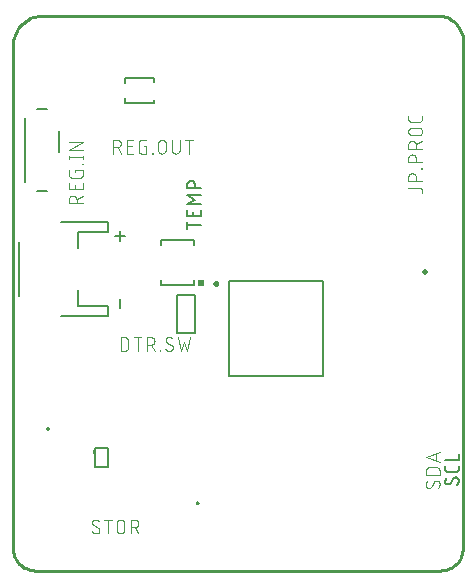
<source format=gbr>
G04 EAGLE Gerber RS-274X export*
G75*
%MOMM*%
%FSLAX34Y34*%
%LPD*%
%INSilkscreen Top*%
%IPPOS*%
%AMOC8*
5,1,8,0,0,1.08239X$1,22.5*%
G01*
%ADD10C,0.500000*%
%ADD11C,0.127000*%
%ADD12C,0.177800*%
%ADD13C,0.140000*%
%ADD14C,0.359206*%
%ADD15C,0.203200*%
%ADD16C,0.254000*%
%ADD17C,0.101600*%
%ADD18R,0.500000X0.500000*%
%ADD19C,0.152400*%
%ADD20C,0.254000*%


D10*
X348818Y252986D03*
D11*
X5560Y232770D02*
X5560Y277770D01*
X40560Y295270D02*
X80560Y295270D01*
X80560Y286770D01*
X55560Y286770D01*
X55560Y272770D01*
X55560Y237770D02*
X55560Y223770D01*
X80560Y223770D01*
X80560Y215270D01*
X40560Y215270D01*
D12*
X90791Y279019D02*
X90791Y287316D01*
X94940Y283168D02*
X86642Y283168D01*
X90791Y230166D02*
X90791Y221869D01*
D13*
X155850Y57200D02*
X155852Y57252D01*
X155858Y57304D01*
X155868Y57356D01*
X155881Y57406D01*
X155898Y57456D01*
X155919Y57504D01*
X155944Y57550D01*
X155972Y57594D01*
X156003Y57636D01*
X156037Y57676D01*
X156074Y57713D01*
X156114Y57747D01*
X156156Y57778D01*
X156200Y57806D01*
X156246Y57831D01*
X156294Y57852D01*
X156344Y57869D01*
X156394Y57882D01*
X156446Y57892D01*
X156498Y57898D01*
X156550Y57900D01*
X156602Y57898D01*
X156654Y57892D01*
X156706Y57882D01*
X156756Y57869D01*
X156806Y57852D01*
X156854Y57831D01*
X156900Y57806D01*
X156944Y57778D01*
X156986Y57747D01*
X157026Y57713D01*
X157063Y57676D01*
X157097Y57636D01*
X157128Y57594D01*
X157156Y57550D01*
X157181Y57504D01*
X157202Y57456D01*
X157219Y57406D01*
X157232Y57356D01*
X157242Y57304D01*
X157248Y57252D01*
X157250Y57200D01*
X157248Y57148D01*
X157242Y57096D01*
X157232Y57044D01*
X157219Y56994D01*
X157202Y56944D01*
X157181Y56896D01*
X157156Y56850D01*
X157128Y56806D01*
X157097Y56764D01*
X157063Y56724D01*
X157026Y56687D01*
X156986Y56653D01*
X156944Y56622D01*
X156900Y56594D01*
X156854Y56569D01*
X156806Y56548D01*
X156756Y56531D01*
X156706Y56518D01*
X156654Y56508D01*
X156602Y56502D01*
X156550Y56500D01*
X156498Y56502D01*
X156446Y56508D01*
X156394Y56518D01*
X156344Y56531D01*
X156294Y56548D01*
X156246Y56569D01*
X156200Y56594D01*
X156156Y56622D01*
X156114Y56653D01*
X156074Y56687D01*
X156037Y56724D01*
X156003Y56764D01*
X155972Y56806D01*
X155944Y56850D01*
X155919Y56896D01*
X155898Y56944D01*
X155881Y56994D01*
X155868Y57044D01*
X155858Y57096D01*
X155852Y57148D01*
X155850Y57200D01*
D14*
X29464Y120142D03*
D15*
X29162Y321084D02*
X20622Y321084D01*
X20622Y390624D02*
X29162Y390624D01*
X10622Y382854D02*
X10622Y328854D01*
X39162Y354584D02*
X39162Y372124D01*
D16*
X170688Y242824D02*
X170690Y242895D01*
X170696Y242966D01*
X170706Y243037D01*
X170720Y243107D01*
X170738Y243176D01*
X170759Y243243D01*
X170785Y243310D01*
X170814Y243375D01*
X170846Y243438D01*
X170883Y243500D01*
X170922Y243559D01*
X170965Y243616D01*
X171011Y243670D01*
X171060Y243722D01*
X171112Y243771D01*
X171166Y243817D01*
X171223Y243860D01*
X171282Y243899D01*
X171344Y243936D01*
X171407Y243968D01*
X171472Y243997D01*
X171539Y244023D01*
X171606Y244044D01*
X171675Y244062D01*
X171745Y244076D01*
X171816Y244086D01*
X171887Y244092D01*
X171958Y244094D01*
X172029Y244092D01*
X172100Y244086D01*
X172171Y244076D01*
X172241Y244062D01*
X172310Y244044D01*
X172377Y244023D01*
X172444Y243997D01*
X172509Y243968D01*
X172572Y243936D01*
X172634Y243899D01*
X172693Y243860D01*
X172750Y243817D01*
X172804Y243771D01*
X172856Y243722D01*
X172905Y243670D01*
X172951Y243616D01*
X172994Y243559D01*
X173033Y243500D01*
X173070Y243438D01*
X173102Y243375D01*
X173131Y243310D01*
X173157Y243243D01*
X173178Y243176D01*
X173196Y243107D01*
X173210Y243037D01*
X173220Y242966D01*
X173226Y242895D01*
X173228Y242824D01*
X173226Y242753D01*
X173220Y242682D01*
X173210Y242611D01*
X173196Y242541D01*
X173178Y242472D01*
X173157Y242405D01*
X173131Y242338D01*
X173102Y242273D01*
X173070Y242210D01*
X173033Y242148D01*
X172994Y242089D01*
X172951Y242032D01*
X172905Y241978D01*
X172856Y241926D01*
X172804Y241877D01*
X172750Y241831D01*
X172693Y241788D01*
X172634Y241749D01*
X172572Y241712D01*
X172509Y241680D01*
X172444Y241651D01*
X172377Y241625D01*
X172310Y241604D01*
X172241Y241586D01*
X172171Y241572D01*
X172100Y241562D01*
X172029Y241556D01*
X171958Y241554D01*
X171887Y241556D01*
X171816Y241562D01*
X171745Y241572D01*
X171675Y241586D01*
X171606Y241604D01*
X171539Y241625D01*
X171472Y241651D01*
X171407Y241680D01*
X171344Y241712D01*
X171282Y241749D01*
X171223Y241788D01*
X171166Y241831D01*
X171112Y241877D01*
X171060Y241926D01*
X171011Y241978D01*
X170965Y242032D01*
X170922Y242089D01*
X170883Y242148D01*
X170846Y242210D01*
X170814Y242273D01*
X170785Y242338D01*
X170759Y242405D01*
X170738Y242472D01*
X170720Y242541D01*
X170706Y242611D01*
X170696Y242682D01*
X170690Y242753D01*
X170688Y242824D01*
D11*
X182758Y244724D02*
X182758Y164724D01*
X182758Y244724D02*
X262758Y244724D01*
X262758Y164724D01*
X182758Y164724D01*
D17*
X69684Y100758D02*
X67684Y99758D01*
X67684Y101758D01*
X69684Y100758D01*
D11*
X69934Y103458D02*
X69934Y88058D01*
X80434Y88058D01*
X80434Y103458D01*
X69934Y103458D01*
X153446Y241858D02*
X153446Y245858D01*
X153446Y241858D02*
X125446Y241858D01*
X125446Y245858D01*
X153446Y275858D02*
X153446Y279858D01*
X125446Y279858D01*
X125446Y275858D01*
D18*
X158946Y243358D03*
D11*
X154305Y233426D02*
X154305Y201422D01*
X139319Y201422D01*
X139319Y233426D01*
X154305Y233426D01*
X159194Y292148D02*
X147764Y292148D01*
X147764Y288973D02*
X147764Y295323D01*
X159194Y300047D02*
X159194Y305127D01*
X159194Y300047D02*
X147764Y300047D01*
X147764Y305127D01*
X152844Y303857D02*
X152844Y300047D01*
X147764Y310055D02*
X159194Y310055D01*
X154114Y313865D02*
X147764Y310055D01*
X154114Y313865D02*
X147764Y317675D01*
X159194Y317675D01*
X159194Y323834D02*
X147764Y323834D01*
X147764Y327009D01*
X147766Y327120D01*
X147772Y327230D01*
X147781Y327341D01*
X147795Y327451D01*
X147812Y327560D01*
X147833Y327669D01*
X147858Y327777D01*
X147887Y327884D01*
X147919Y327990D01*
X147955Y328095D01*
X147995Y328198D01*
X148038Y328300D01*
X148085Y328401D01*
X148136Y328500D01*
X148189Y328597D01*
X148246Y328691D01*
X148307Y328784D01*
X148370Y328875D01*
X148437Y328964D01*
X148507Y329050D01*
X148580Y329133D01*
X148655Y329215D01*
X148733Y329293D01*
X148815Y329368D01*
X148898Y329441D01*
X148984Y329511D01*
X149073Y329578D01*
X149164Y329641D01*
X149257Y329702D01*
X149352Y329759D01*
X149448Y329812D01*
X149547Y329863D01*
X149648Y329910D01*
X149750Y329953D01*
X149853Y329993D01*
X149958Y330029D01*
X150064Y330061D01*
X150171Y330090D01*
X150279Y330115D01*
X150388Y330136D01*
X150497Y330153D01*
X150607Y330167D01*
X150718Y330176D01*
X150828Y330182D01*
X150939Y330184D01*
X151050Y330182D01*
X151160Y330176D01*
X151271Y330167D01*
X151381Y330153D01*
X151490Y330136D01*
X151599Y330115D01*
X151707Y330090D01*
X151814Y330061D01*
X151920Y330029D01*
X152025Y329993D01*
X152128Y329953D01*
X152230Y329910D01*
X152331Y329863D01*
X152430Y329812D01*
X152527Y329759D01*
X152621Y329702D01*
X152714Y329641D01*
X152805Y329578D01*
X152894Y329511D01*
X152980Y329441D01*
X153063Y329368D01*
X153145Y329293D01*
X153223Y329215D01*
X153298Y329133D01*
X153371Y329050D01*
X153441Y328964D01*
X153508Y328875D01*
X153571Y328784D01*
X153632Y328691D01*
X153689Y328597D01*
X153742Y328500D01*
X153793Y328401D01*
X153840Y328300D01*
X153883Y328198D01*
X153923Y328095D01*
X153959Y327990D01*
X153991Y327884D01*
X154020Y327777D01*
X154045Y327669D01*
X154066Y327560D01*
X154083Y327451D01*
X154097Y327341D01*
X154106Y327230D01*
X154112Y327120D01*
X154114Y327009D01*
X154114Y323834D01*
D17*
X73341Y34029D02*
X73339Y33930D01*
X73333Y33830D01*
X73324Y33731D01*
X73311Y33633D01*
X73294Y33535D01*
X73273Y33437D01*
X73248Y33341D01*
X73220Y33246D01*
X73188Y33152D01*
X73153Y33059D01*
X73114Y32967D01*
X73071Y32877D01*
X73026Y32789D01*
X72976Y32702D01*
X72924Y32618D01*
X72868Y32535D01*
X72810Y32455D01*
X72748Y32377D01*
X72683Y32302D01*
X72615Y32229D01*
X72545Y32159D01*
X72472Y32091D01*
X72397Y32026D01*
X72319Y31964D01*
X72239Y31906D01*
X72156Y31850D01*
X72072Y31798D01*
X71985Y31748D01*
X71897Y31703D01*
X71807Y31660D01*
X71715Y31621D01*
X71622Y31586D01*
X71528Y31554D01*
X71433Y31526D01*
X71337Y31501D01*
X71239Y31480D01*
X71141Y31463D01*
X71043Y31450D01*
X70944Y31441D01*
X70844Y31435D01*
X70745Y31433D01*
X70601Y31435D01*
X70456Y31441D01*
X70312Y31450D01*
X70169Y31463D01*
X70025Y31480D01*
X69882Y31501D01*
X69740Y31526D01*
X69599Y31554D01*
X69458Y31586D01*
X69318Y31622D01*
X69179Y31661D01*
X69041Y31704D01*
X68905Y31751D01*
X68769Y31801D01*
X68635Y31855D01*
X68503Y31912D01*
X68372Y31973D01*
X68243Y32037D01*
X68115Y32105D01*
X67989Y32175D01*
X67865Y32250D01*
X67744Y32327D01*
X67624Y32408D01*
X67506Y32491D01*
X67391Y32578D01*
X67278Y32668D01*
X67167Y32761D01*
X67059Y32856D01*
X66953Y32955D01*
X66850Y33056D01*
X67175Y40521D02*
X67177Y40620D01*
X67183Y40720D01*
X67192Y40819D01*
X67205Y40917D01*
X67222Y41015D01*
X67243Y41113D01*
X67268Y41209D01*
X67296Y41304D01*
X67328Y41398D01*
X67363Y41491D01*
X67402Y41583D01*
X67445Y41673D01*
X67490Y41761D01*
X67540Y41848D01*
X67592Y41932D01*
X67648Y42015D01*
X67706Y42095D01*
X67768Y42173D01*
X67833Y42248D01*
X67901Y42321D01*
X67971Y42391D01*
X68044Y42459D01*
X68119Y42524D01*
X68197Y42586D01*
X68277Y42644D01*
X68360Y42700D01*
X68444Y42752D01*
X68531Y42802D01*
X68619Y42847D01*
X68709Y42890D01*
X68801Y42929D01*
X68894Y42964D01*
X68988Y42996D01*
X69083Y43024D01*
X69180Y43049D01*
X69277Y43070D01*
X69375Y43087D01*
X69473Y43100D01*
X69572Y43109D01*
X69672Y43115D01*
X69771Y43117D01*
X69907Y43115D01*
X70043Y43109D01*
X70179Y43100D01*
X70315Y43087D01*
X70450Y43069D01*
X70584Y43049D01*
X70718Y43024D01*
X70852Y42996D01*
X70984Y42963D01*
X71115Y42928D01*
X71246Y42888D01*
X71375Y42845D01*
X71503Y42799D01*
X71629Y42748D01*
X71755Y42695D01*
X71878Y42637D01*
X72000Y42577D01*
X72120Y42513D01*
X72239Y42445D01*
X72355Y42375D01*
X72469Y42301D01*
X72582Y42224D01*
X72692Y42143D01*
X68473Y38249D02*
X68387Y38302D01*
X68303Y38359D01*
X68221Y38418D01*
X68141Y38481D01*
X68064Y38547D01*
X67989Y38615D01*
X67917Y38687D01*
X67848Y38761D01*
X67782Y38838D01*
X67719Y38917D01*
X67659Y38999D01*
X67602Y39083D01*
X67548Y39169D01*
X67498Y39257D01*
X67451Y39347D01*
X67407Y39438D01*
X67368Y39532D01*
X67331Y39626D01*
X67299Y39722D01*
X67270Y39820D01*
X67245Y39918D01*
X67224Y40017D01*
X67206Y40117D01*
X67193Y40217D01*
X67183Y40318D01*
X67177Y40420D01*
X67175Y40521D01*
X72043Y36301D02*
X72129Y36248D01*
X72213Y36191D01*
X72295Y36132D01*
X72375Y36069D01*
X72452Y36003D01*
X72527Y35935D01*
X72599Y35863D01*
X72668Y35789D01*
X72734Y35712D01*
X72797Y35633D01*
X72857Y35551D01*
X72914Y35467D01*
X72968Y35381D01*
X73018Y35293D01*
X73065Y35203D01*
X73109Y35112D01*
X73148Y35018D01*
X73185Y34924D01*
X73217Y34828D01*
X73246Y34730D01*
X73271Y34632D01*
X73292Y34533D01*
X73310Y34433D01*
X73323Y34333D01*
X73333Y34232D01*
X73339Y34130D01*
X73341Y34029D01*
X72043Y36301D02*
X68473Y38249D01*
X80383Y43117D02*
X80383Y31433D01*
X77137Y43117D02*
X83628Y43117D01*
X87805Y39871D02*
X87805Y34679D01*
X87804Y39871D02*
X87806Y39984D01*
X87812Y40097D01*
X87822Y40210D01*
X87836Y40323D01*
X87853Y40435D01*
X87875Y40546D01*
X87900Y40656D01*
X87930Y40766D01*
X87963Y40874D01*
X88000Y40981D01*
X88040Y41087D01*
X88085Y41191D01*
X88133Y41294D01*
X88184Y41395D01*
X88239Y41494D01*
X88297Y41591D01*
X88359Y41686D01*
X88424Y41779D01*
X88492Y41869D01*
X88563Y41957D01*
X88638Y42043D01*
X88715Y42126D01*
X88795Y42206D01*
X88878Y42283D01*
X88964Y42358D01*
X89052Y42429D01*
X89142Y42497D01*
X89235Y42562D01*
X89330Y42624D01*
X89427Y42682D01*
X89526Y42737D01*
X89627Y42788D01*
X89730Y42836D01*
X89834Y42881D01*
X89940Y42921D01*
X90047Y42958D01*
X90155Y42991D01*
X90265Y43021D01*
X90375Y43046D01*
X90486Y43068D01*
X90598Y43085D01*
X90711Y43099D01*
X90824Y43109D01*
X90937Y43115D01*
X91050Y43117D01*
X91163Y43115D01*
X91276Y43109D01*
X91389Y43099D01*
X91502Y43085D01*
X91614Y43068D01*
X91725Y43046D01*
X91835Y43021D01*
X91945Y42991D01*
X92053Y42958D01*
X92160Y42921D01*
X92266Y42881D01*
X92370Y42836D01*
X92473Y42788D01*
X92574Y42737D01*
X92673Y42682D01*
X92770Y42624D01*
X92865Y42562D01*
X92958Y42497D01*
X93048Y42429D01*
X93136Y42358D01*
X93222Y42283D01*
X93305Y42206D01*
X93385Y42126D01*
X93462Y42043D01*
X93537Y41957D01*
X93608Y41869D01*
X93676Y41779D01*
X93741Y41686D01*
X93803Y41591D01*
X93861Y41494D01*
X93916Y41395D01*
X93967Y41294D01*
X94015Y41191D01*
X94060Y41087D01*
X94100Y40981D01*
X94137Y40874D01*
X94170Y40766D01*
X94200Y40656D01*
X94225Y40546D01*
X94247Y40435D01*
X94264Y40323D01*
X94278Y40210D01*
X94288Y40097D01*
X94294Y39984D01*
X94296Y39871D01*
X94296Y34679D01*
X94294Y34566D01*
X94288Y34453D01*
X94278Y34340D01*
X94264Y34227D01*
X94247Y34115D01*
X94225Y34004D01*
X94200Y33894D01*
X94170Y33784D01*
X94137Y33676D01*
X94100Y33569D01*
X94060Y33463D01*
X94015Y33359D01*
X93967Y33256D01*
X93916Y33155D01*
X93861Y33056D01*
X93803Y32959D01*
X93741Y32864D01*
X93676Y32771D01*
X93608Y32681D01*
X93537Y32593D01*
X93462Y32507D01*
X93385Y32424D01*
X93305Y32344D01*
X93222Y32267D01*
X93136Y32192D01*
X93048Y32121D01*
X92958Y32053D01*
X92865Y31988D01*
X92770Y31926D01*
X92673Y31868D01*
X92574Y31813D01*
X92473Y31762D01*
X92370Y31714D01*
X92266Y31669D01*
X92160Y31629D01*
X92053Y31592D01*
X91945Y31559D01*
X91835Y31529D01*
X91725Y31504D01*
X91614Y31482D01*
X91502Y31465D01*
X91389Y31451D01*
X91276Y31441D01*
X91163Y31435D01*
X91050Y31433D01*
X90937Y31435D01*
X90824Y31441D01*
X90711Y31451D01*
X90598Y31465D01*
X90486Y31482D01*
X90375Y31504D01*
X90265Y31529D01*
X90155Y31559D01*
X90047Y31592D01*
X89940Y31629D01*
X89834Y31669D01*
X89730Y31714D01*
X89627Y31762D01*
X89526Y31813D01*
X89427Y31868D01*
X89330Y31926D01*
X89235Y31988D01*
X89142Y32053D01*
X89052Y32121D01*
X88964Y32192D01*
X88878Y32267D01*
X88795Y32344D01*
X88715Y32424D01*
X88638Y32507D01*
X88563Y32593D01*
X88492Y32681D01*
X88424Y32771D01*
X88359Y32864D01*
X88297Y32959D01*
X88239Y33056D01*
X88184Y33155D01*
X88133Y33256D01*
X88085Y33359D01*
X88040Y33463D01*
X88000Y33569D01*
X87963Y33676D01*
X87930Y33784D01*
X87900Y33894D01*
X87875Y34004D01*
X87853Y34115D01*
X87836Y34227D01*
X87822Y34340D01*
X87812Y34453D01*
X87806Y34566D01*
X87804Y34679D01*
X99690Y31433D02*
X99690Y43117D01*
X102935Y43117D01*
X103048Y43115D01*
X103161Y43109D01*
X103274Y43099D01*
X103387Y43085D01*
X103499Y43068D01*
X103610Y43046D01*
X103720Y43021D01*
X103830Y42991D01*
X103938Y42958D01*
X104045Y42921D01*
X104151Y42881D01*
X104255Y42836D01*
X104358Y42788D01*
X104459Y42737D01*
X104558Y42682D01*
X104655Y42624D01*
X104750Y42562D01*
X104843Y42497D01*
X104933Y42429D01*
X105021Y42358D01*
X105107Y42283D01*
X105190Y42206D01*
X105270Y42126D01*
X105347Y42043D01*
X105422Y41957D01*
X105493Y41869D01*
X105561Y41779D01*
X105626Y41686D01*
X105688Y41591D01*
X105746Y41494D01*
X105801Y41395D01*
X105852Y41294D01*
X105900Y41191D01*
X105945Y41087D01*
X105985Y40981D01*
X106022Y40874D01*
X106055Y40766D01*
X106085Y40656D01*
X106110Y40546D01*
X106132Y40435D01*
X106149Y40323D01*
X106163Y40210D01*
X106173Y40097D01*
X106179Y39984D01*
X106181Y39871D01*
X106179Y39758D01*
X106173Y39645D01*
X106163Y39532D01*
X106149Y39419D01*
X106132Y39307D01*
X106110Y39196D01*
X106085Y39086D01*
X106055Y38976D01*
X106022Y38868D01*
X105985Y38761D01*
X105945Y38655D01*
X105900Y38551D01*
X105852Y38448D01*
X105801Y38347D01*
X105746Y38248D01*
X105688Y38151D01*
X105626Y38056D01*
X105561Y37963D01*
X105493Y37873D01*
X105422Y37785D01*
X105347Y37699D01*
X105270Y37616D01*
X105190Y37536D01*
X105107Y37459D01*
X105021Y37384D01*
X104933Y37313D01*
X104843Y37245D01*
X104750Y37180D01*
X104655Y37118D01*
X104558Y37060D01*
X104459Y37005D01*
X104358Y36954D01*
X104255Y36906D01*
X104151Y36861D01*
X104045Y36821D01*
X103938Y36784D01*
X103830Y36751D01*
X103720Y36721D01*
X103610Y36696D01*
X103499Y36674D01*
X103387Y36657D01*
X103274Y36643D01*
X103161Y36633D01*
X103048Y36627D01*
X102935Y36625D01*
X102935Y36626D02*
X99690Y36626D01*
X103584Y36626D02*
X106181Y31433D01*
X358783Y76138D02*
X358882Y76136D01*
X358982Y76130D01*
X359081Y76121D01*
X359179Y76108D01*
X359277Y76091D01*
X359375Y76070D01*
X359471Y76045D01*
X359566Y76017D01*
X359660Y75985D01*
X359753Y75950D01*
X359845Y75911D01*
X359935Y75868D01*
X360023Y75823D01*
X360110Y75773D01*
X360194Y75721D01*
X360277Y75665D01*
X360357Y75607D01*
X360435Y75545D01*
X360510Y75480D01*
X360583Y75412D01*
X360653Y75342D01*
X360721Y75269D01*
X360786Y75194D01*
X360848Y75116D01*
X360906Y75036D01*
X360962Y74953D01*
X361014Y74869D01*
X361064Y74782D01*
X361109Y74694D01*
X361152Y74604D01*
X361191Y74512D01*
X361226Y74419D01*
X361258Y74325D01*
X361286Y74230D01*
X361311Y74134D01*
X361332Y74036D01*
X361349Y73938D01*
X361362Y73840D01*
X361371Y73741D01*
X361377Y73641D01*
X361379Y73542D01*
X361377Y73398D01*
X361371Y73253D01*
X361362Y73109D01*
X361349Y72966D01*
X361332Y72822D01*
X361311Y72679D01*
X361286Y72537D01*
X361258Y72396D01*
X361226Y72255D01*
X361190Y72115D01*
X361151Y71976D01*
X361108Y71838D01*
X361061Y71702D01*
X361011Y71566D01*
X360957Y71432D01*
X360900Y71300D01*
X360839Y71169D01*
X360775Y71040D01*
X360707Y70912D01*
X360637Y70786D01*
X360562Y70662D01*
X360485Y70541D01*
X360404Y70421D01*
X360321Y70303D01*
X360234Y70188D01*
X360144Y70075D01*
X360051Y69964D01*
X359956Y69856D01*
X359857Y69750D01*
X359756Y69647D01*
X352291Y69972D02*
X352192Y69974D01*
X352092Y69980D01*
X351993Y69989D01*
X351895Y70002D01*
X351797Y70019D01*
X351699Y70040D01*
X351603Y70065D01*
X351508Y70093D01*
X351414Y70125D01*
X351321Y70160D01*
X351229Y70199D01*
X351139Y70242D01*
X351051Y70287D01*
X350964Y70337D01*
X350880Y70389D01*
X350797Y70445D01*
X350717Y70503D01*
X350639Y70565D01*
X350564Y70630D01*
X350491Y70698D01*
X350421Y70768D01*
X350353Y70841D01*
X350288Y70916D01*
X350226Y70994D01*
X350168Y71074D01*
X350112Y71157D01*
X350060Y71241D01*
X350010Y71328D01*
X349965Y71416D01*
X349922Y71506D01*
X349883Y71598D01*
X349848Y71691D01*
X349816Y71785D01*
X349788Y71880D01*
X349763Y71976D01*
X349742Y72074D01*
X349725Y72172D01*
X349712Y72270D01*
X349703Y72369D01*
X349697Y72469D01*
X349695Y72568D01*
X349697Y72704D01*
X349703Y72840D01*
X349712Y72976D01*
X349725Y73112D01*
X349743Y73247D01*
X349763Y73381D01*
X349788Y73515D01*
X349816Y73649D01*
X349849Y73781D01*
X349884Y73912D01*
X349924Y74043D01*
X349967Y74172D01*
X350013Y74300D01*
X350064Y74426D01*
X350117Y74552D01*
X350175Y74675D01*
X350235Y74797D01*
X350299Y74917D01*
X350367Y75036D01*
X350437Y75152D01*
X350511Y75266D01*
X350588Y75379D01*
X350669Y75489D01*
X354563Y71269D02*
X354510Y71183D01*
X354453Y71099D01*
X354394Y71017D01*
X354331Y70937D01*
X354265Y70860D01*
X354197Y70785D01*
X354125Y70713D01*
X354051Y70644D01*
X353974Y70578D01*
X353895Y70515D01*
X353813Y70455D01*
X353729Y70398D01*
X353643Y70344D01*
X353555Y70294D01*
X353465Y70247D01*
X353374Y70203D01*
X353280Y70164D01*
X353186Y70127D01*
X353090Y70095D01*
X352992Y70066D01*
X352894Y70041D01*
X352795Y70020D01*
X352695Y70002D01*
X352595Y69989D01*
X352494Y69979D01*
X352392Y69973D01*
X352291Y69971D01*
X356511Y74840D02*
X356564Y74926D01*
X356621Y75010D01*
X356680Y75092D01*
X356743Y75172D01*
X356809Y75249D01*
X356877Y75324D01*
X356949Y75396D01*
X357023Y75465D01*
X357100Y75531D01*
X357179Y75594D01*
X357261Y75654D01*
X357345Y75711D01*
X357431Y75765D01*
X357519Y75815D01*
X357609Y75862D01*
X357700Y75906D01*
X357794Y75945D01*
X357888Y75982D01*
X357984Y76014D01*
X358082Y76043D01*
X358180Y76068D01*
X358279Y76089D01*
X358379Y76107D01*
X358479Y76120D01*
X358580Y76130D01*
X358682Y76136D01*
X358783Y76138D01*
X356511Y74840D02*
X354563Y71270D01*
X349695Y81077D02*
X361379Y81077D01*
X349695Y81077D02*
X349695Y84322D01*
X349697Y84435D01*
X349703Y84548D01*
X349713Y84661D01*
X349727Y84774D01*
X349744Y84886D01*
X349766Y84997D01*
X349791Y85107D01*
X349821Y85217D01*
X349854Y85325D01*
X349891Y85432D01*
X349931Y85538D01*
X349976Y85642D01*
X350024Y85745D01*
X350075Y85846D01*
X350130Y85945D01*
X350188Y86042D01*
X350250Y86137D01*
X350315Y86230D01*
X350383Y86320D01*
X350454Y86408D01*
X350529Y86494D01*
X350606Y86577D01*
X350686Y86657D01*
X350769Y86734D01*
X350855Y86809D01*
X350943Y86880D01*
X351033Y86948D01*
X351126Y87013D01*
X351221Y87075D01*
X351318Y87133D01*
X351417Y87188D01*
X351518Y87239D01*
X351621Y87287D01*
X351725Y87332D01*
X351831Y87372D01*
X351938Y87409D01*
X352046Y87442D01*
X352156Y87472D01*
X352266Y87497D01*
X352377Y87519D01*
X352489Y87536D01*
X352602Y87550D01*
X352715Y87560D01*
X352828Y87566D01*
X352941Y87568D01*
X358133Y87568D01*
X358246Y87566D01*
X358359Y87560D01*
X358472Y87550D01*
X358585Y87536D01*
X358697Y87519D01*
X358808Y87497D01*
X358918Y87472D01*
X359028Y87442D01*
X359136Y87409D01*
X359243Y87372D01*
X359349Y87332D01*
X359453Y87287D01*
X359556Y87239D01*
X359657Y87188D01*
X359756Y87133D01*
X359853Y87075D01*
X359948Y87013D01*
X360041Y86948D01*
X360131Y86880D01*
X360219Y86809D01*
X360305Y86734D01*
X360388Y86657D01*
X360468Y86577D01*
X360545Y86494D01*
X360620Y86408D01*
X360691Y86320D01*
X360759Y86230D01*
X360824Y86137D01*
X360886Y86042D01*
X360944Y85945D01*
X360999Y85846D01*
X361050Y85745D01*
X361098Y85642D01*
X361143Y85538D01*
X361183Y85432D01*
X361220Y85325D01*
X361253Y85217D01*
X361283Y85107D01*
X361308Y84997D01*
X361330Y84886D01*
X361347Y84774D01*
X361361Y84661D01*
X361371Y84548D01*
X361377Y84435D01*
X361379Y84322D01*
X361379Y81077D01*
X361379Y92239D02*
X349695Y96133D01*
X361379Y100028D01*
X358458Y99054D02*
X358458Y93212D01*
D11*
X374968Y78921D02*
X375068Y78919D01*
X375167Y78913D01*
X375267Y78903D01*
X375365Y78890D01*
X375464Y78872D01*
X375561Y78851D01*
X375657Y78826D01*
X375753Y78797D01*
X375847Y78764D01*
X375940Y78728D01*
X376031Y78688D01*
X376121Y78644D01*
X376209Y78597D01*
X376295Y78547D01*
X376379Y78493D01*
X376461Y78436D01*
X376540Y78376D01*
X376618Y78312D01*
X376692Y78246D01*
X376764Y78177D01*
X376833Y78105D01*
X376899Y78031D01*
X376963Y77953D01*
X377023Y77874D01*
X377080Y77792D01*
X377134Y77708D01*
X377184Y77622D01*
X377231Y77534D01*
X377275Y77444D01*
X377315Y77353D01*
X377351Y77260D01*
X377384Y77166D01*
X377413Y77070D01*
X377438Y76974D01*
X377459Y76877D01*
X377477Y76778D01*
X377490Y76680D01*
X377500Y76580D01*
X377506Y76481D01*
X377508Y76381D01*
X377506Y76240D01*
X377501Y76099D01*
X377491Y75958D01*
X377478Y75817D01*
X377462Y75677D01*
X377441Y75537D01*
X377417Y75398D01*
X377389Y75259D01*
X377358Y75122D01*
X377323Y74985D01*
X377285Y74849D01*
X377243Y74714D01*
X377197Y74581D01*
X377148Y74448D01*
X377095Y74317D01*
X377039Y74188D01*
X376980Y74059D01*
X376917Y73933D01*
X376851Y73808D01*
X376782Y73685D01*
X376709Y73564D01*
X376633Y73445D01*
X376554Y73327D01*
X376473Y73212D01*
X376388Y73100D01*
X376300Y72989D01*
X376209Y72881D01*
X376116Y72775D01*
X376019Y72672D01*
X375920Y72571D01*
X368618Y72888D02*
X368518Y72890D01*
X368419Y72896D01*
X368319Y72906D01*
X368221Y72919D01*
X368122Y72937D01*
X368025Y72958D01*
X367929Y72983D01*
X367833Y73012D01*
X367739Y73045D01*
X367646Y73081D01*
X367555Y73121D01*
X367465Y73165D01*
X367377Y73212D01*
X367291Y73262D01*
X367207Y73316D01*
X367125Y73373D01*
X367046Y73433D01*
X366968Y73497D01*
X366894Y73563D01*
X366822Y73632D01*
X366753Y73704D01*
X366687Y73778D01*
X366623Y73856D01*
X366563Y73935D01*
X366506Y74017D01*
X366452Y74101D01*
X366402Y74187D01*
X366355Y74275D01*
X366311Y74365D01*
X366271Y74456D01*
X366235Y74549D01*
X366202Y74643D01*
X366173Y74739D01*
X366148Y74835D01*
X366127Y74932D01*
X366109Y75031D01*
X366096Y75129D01*
X366086Y75229D01*
X366080Y75328D01*
X366078Y75428D01*
X366080Y75561D01*
X366085Y75694D01*
X366095Y75827D01*
X366108Y75960D01*
X366125Y76092D01*
X366145Y76224D01*
X366169Y76355D01*
X366197Y76485D01*
X366228Y76615D01*
X366263Y76743D01*
X366302Y76871D01*
X366344Y76997D01*
X366390Y77122D01*
X366439Y77246D01*
X366491Y77369D01*
X366547Y77490D01*
X366607Y77609D01*
X366669Y77727D01*
X366735Y77842D01*
X366804Y77956D01*
X366877Y78068D01*
X366952Y78178D01*
X367031Y78286D01*
X370841Y74158D02*
X370789Y74074D01*
X370734Y73991D01*
X370675Y73911D01*
X370614Y73833D01*
X370550Y73758D01*
X370482Y73685D01*
X370412Y73614D01*
X370340Y73547D01*
X370265Y73482D01*
X370187Y73420D01*
X370107Y73361D01*
X370025Y73305D01*
X369941Y73253D01*
X369855Y73204D01*
X369767Y73158D01*
X369677Y73115D01*
X369586Y73076D01*
X369493Y73041D01*
X369399Y73009D01*
X369304Y72981D01*
X369208Y72956D01*
X369111Y72936D01*
X369013Y72918D01*
X368915Y72905D01*
X368816Y72896D01*
X368717Y72890D01*
X368618Y72888D01*
X372745Y77651D02*
X372797Y77735D01*
X372852Y77818D01*
X372911Y77898D01*
X372972Y77976D01*
X373036Y78051D01*
X373104Y78124D01*
X373174Y78195D01*
X373246Y78262D01*
X373321Y78327D01*
X373399Y78389D01*
X373479Y78448D01*
X373561Y78504D01*
X373645Y78556D01*
X373731Y78605D01*
X373819Y78651D01*
X373909Y78694D01*
X374000Y78733D01*
X374093Y78768D01*
X374187Y78800D01*
X374282Y78828D01*
X374378Y78853D01*
X374475Y78873D01*
X374573Y78891D01*
X374671Y78904D01*
X374770Y78913D01*
X374869Y78919D01*
X374968Y78921D01*
X372746Y77651D02*
X370841Y74158D01*
X377508Y86122D02*
X377508Y88662D01*
X377508Y86122D02*
X377506Y86022D01*
X377500Y85923D01*
X377490Y85823D01*
X377477Y85725D01*
X377459Y85626D01*
X377438Y85529D01*
X377413Y85433D01*
X377384Y85337D01*
X377351Y85243D01*
X377315Y85150D01*
X377275Y85059D01*
X377231Y84969D01*
X377184Y84881D01*
X377134Y84795D01*
X377080Y84711D01*
X377023Y84629D01*
X376963Y84550D01*
X376899Y84472D01*
X376833Y84398D01*
X376764Y84326D01*
X376692Y84257D01*
X376618Y84191D01*
X376540Y84127D01*
X376461Y84067D01*
X376379Y84010D01*
X376295Y83956D01*
X376209Y83906D01*
X376121Y83859D01*
X376031Y83815D01*
X375940Y83775D01*
X375847Y83739D01*
X375753Y83706D01*
X375657Y83677D01*
X375561Y83652D01*
X375464Y83631D01*
X375365Y83613D01*
X375267Y83600D01*
X375167Y83590D01*
X375068Y83584D01*
X374968Y83582D01*
X368618Y83582D01*
X368518Y83584D01*
X368419Y83590D01*
X368319Y83600D01*
X368221Y83613D01*
X368122Y83631D01*
X368025Y83652D01*
X367929Y83677D01*
X367833Y83706D01*
X367739Y83739D01*
X367646Y83775D01*
X367555Y83815D01*
X367465Y83859D01*
X367377Y83906D01*
X367291Y83956D01*
X367207Y84010D01*
X367125Y84067D01*
X367046Y84127D01*
X366968Y84191D01*
X366894Y84257D01*
X366822Y84326D01*
X366753Y84398D01*
X366687Y84472D01*
X366623Y84550D01*
X366563Y84629D01*
X366506Y84711D01*
X366452Y84795D01*
X366402Y84881D01*
X366355Y84969D01*
X366311Y85059D01*
X366271Y85150D01*
X366235Y85243D01*
X366202Y85337D01*
X366173Y85433D01*
X366148Y85529D01*
X366127Y85626D01*
X366109Y85725D01*
X366096Y85823D01*
X366086Y85923D01*
X366080Y86022D01*
X366078Y86122D01*
X366078Y88662D01*
X366078Y93551D02*
X377508Y93551D01*
X377508Y98631D01*
D17*
X84929Y353060D02*
X84929Y364744D01*
X88175Y364744D01*
X88288Y364742D01*
X88401Y364736D01*
X88514Y364726D01*
X88627Y364712D01*
X88739Y364695D01*
X88850Y364673D01*
X88960Y364648D01*
X89070Y364618D01*
X89178Y364585D01*
X89285Y364548D01*
X89391Y364508D01*
X89495Y364463D01*
X89598Y364415D01*
X89699Y364364D01*
X89798Y364309D01*
X89895Y364251D01*
X89990Y364189D01*
X90083Y364124D01*
X90173Y364056D01*
X90261Y363985D01*
X90347Y363910D01*
X90430Y363833D01*
X90510Y363753D01*
X90587Y363670D01*
X90662Y363584D01*
X90733Y363496D01*
X90801Y363406D01*
X90866Y363313D01*
X90928Y363218D01*
X90986Y363121D01*
X91041Y363022D01*
X91092Y362921D01*
X91140Y362818D01*
X91185Y362714D01*
X91225Y362608D01*
X91262Y362501D01*
X91295Y362393D01*
X91325Y362283D01*
X91350Y362173D01*
X91372Y362062D01*
X91389Y361950D01*
X91403Y361837D01*
X91413Y361724D01*
X91419Y361611D01*
X91421Y361498D01*
X91419Y361385D01*
X91413Y361272D01*
X91403Y361159D01*
X91389Y361046D01*
X91372Y360934D01*
X91350Y360823D01*
X91325Y360713D01*
X91295Y360603D01*
X91262Y360495D01*
X91225Y360388D01*
X91185Y360282D01*
X91140Y360178D01*
X91092Y360075D01*
X91041Y359974D01*
X90986Y359875D01*
X90928Y359778D01*
X90866Y359683D01*
X90801Y359590D01*
X90733Y359500D01*
X90662Y359412D01*
X90587Y359326D01*
X90510Y359243D01*
X90430Y359163D01*
X90347Y359086D01*
X90261Y359011D01*
X90173Y358940D01*
X90083Y358872D01*
X89990Y358807D01*
X89895Y358745D01*
X89798Y358687D01*
X89699Y358632D01*
X89598Y358581D01*
X89495Y358533D01*
X89391Y358488D01*
X89285Y358448D01*
X89178Y358411D01*
X89070Y358378D01*
X88960Y358348D01*
X88850Y358323D01*
X88739Y358301D01*
X88627Y358284D01*
X88514Y358270D01*
X88401Y358260D01*
X88288Y358254D01*
X88175Y358252D01*
X88175Y358253D02*
X84929Y358253D01*
X88824Y358253D02*
X91420Y353060D01*
X96689Y353060D02*
X101882Y353060D01*
X96689Y353060D02*
X96689Y364744D01*
X101882Y364744D01*
X100584Y359551D02*
X96689Y359551D01*
X111116Y359551D02*
X113064Y359551D01*
X113064Y353060D01*
X109169Y353060D01*
X109070Y353062D01*
X108970Y353068D01*
X108871Y353077D01*
X108773Y353090D01*
X108675Y353107D01*
X108577Y353128D01*
X108481Y353153D01*
X108386Y353181D01*
X108292Y353213D01*
X108199Y353248D01*
X108107Y353287D01*
X108017Y353330D01*
X107929Y353375D01*
X107842Y353425D01*
X107758Y353477D01*
X107675Y353533D01*
X107595Y353591D01*
X107517Y353653D01*
X107442Y353718D01*
X107369Y353786D01*
X107299Y353856D01*
X107231Y353929D01*
X107166Y354004D01*
X107104Y354082D01*
X107046Y354162D01*
X106990Y354245D01*
X106938Y354329D01*
X106888Y354416D01*
X106843Y354504D01*
X106800Y354594D01*
X106761Y354686D01*
X106726Y354779D01*
X106694Y354873D01*
X106666Y354968D01*
X106641Y355064D01*
X106620Y355162D01*
X106603Y355260D01*
X106590Y355358D01*
X106581Y355457D01*
X106575Y355557D01*
X106573Y355656D01*
X106573Y362148D01*
X106575Y362247D01*
X106581Y362347D01*
X106590Y362446D01*
X106603Y362544D01*
X106620Y362642D01*
X106641Y362740D01*
X106666Y362836D01*
X106694Y362931D01*
X106726Y363025D01*
X106761Y363118D01*
X106800Y363210D01*
X106843Y363300D01*
X106888Y363388D01*
X106938Y363475D01*
X106990Y363559D01*
X107046Y363642D01*
X107104Y363722D01*
X107166Y363800D01*
X107231Y363875D01*
X107299Y363948D01*
X107369Y364018D01*
X107442Y364086D01*
X107517Y364151D01*
X107595Y364213D01*
X107675Y364271D01*
X107758Y364327D01*
X107842Y364379D01*
X107929Y364429D01*
X108017Y364474D01*
X108107Y364517D01*
X108199Y364556D01*
X108291Y364591D01*
X108386Y364623D01*
X108481Y364651D01*
X108577Y364676D01*
X108675Y364697D01*
X108773Y364714D01*
X108871Y364727D01*
X108970Y364736D01*
X109070Y364742D01*
X109169Y364744D01*
X113064Y364744D01*
X117876Y353709D02*
X117876Y353060D01*
X117876Y353709D02*
X118525Y353709D01*
X118525Y353060D01*
X117876Y353060D01*
X122956Y356306D02*
X122956Y361498D01*
X122955Y361498D02*
X122957Y361611D01*
X122963Y361724D01*
X122973Y361837D01*
X122987Y361950D01*
X123004Y362062D01*
X123026Y362173D01*
X123051Y362283D01*
X123081Y362393D01*
X123114Y362501D01*
X123151Y362608D01*
X123191Y362714D01*
X123236Y362818D01*
X123284Y362921D01*
X123335Y363022D01*
X123390Y363121D01*
X123448Y363218D01*
X123510Y363313D01*
X123575Y363406D01*
X123643Y363496D01*
X123714Y363584D01*
X123789Y363670D01*
X123866Y363753D01*
X123946Y363833D01*
X124029Y363910D01*
X124115Y363985D01*
X124203Y364056D01*
X124293Y364124D01*
X124386Y364189D01*
X124481Y364251D01*
X124578Y364309D01*
X124677Y364364D01*
X124778Y364415D01*
X124881Y364463D01*
X124985Y364508D01*
X125091Y364548D01*
X125198Y364585D01*
X125306Y364618D01*
X125416Y364648D01*
X125526Y364673D01*
X125637Y364695D01*
X125749Y364712D01*
X125862Y364726D01*
X125975Y364736D01*
X126088Y364742D01*
X126201Y364744D01*
X126314Y364742D01*
X126427Y364736D01*
X126540Y364726D01*
X126653Y364712D01*
X126765Y364695D01*
X126876Y364673D01*
X126986Y364648D01*
X127096Y364618D01*
X127204Y364585D01*
X127311Y364548D01*
X127417Y364508D01*
X127521Y364463D01*
X127624Y364415D01*
X127725Y364364D01*
X127824Y364309D01*
X127921Y364251D01*
X128016Y364189D01*
X128109Y364124D01*
X128199Y364056D01*
X128287Y363985D01*
X128373Y363910D01*
X128456Y363833D01*
X128536Y363753D01*
X128613Y363670D01*
X128688Y363584D01*
X128759Y363496D01*
X128827Y363406D01*
X128892Y363313D01*
X128954Y363218D01*
X129012Y363121D01*
X129067Y363022D01*
X129118Y362921D01*
X129166Y362818D01*
X129211Y362714D01*
X129251Y362608D01*
X129288Y362501D01*
X129321Y362393D01*
X129351Y362283D01*
X129376Y362173D01*
X129398Y362062D01*
X129415Y361950D01*
X129429Y361837D01*
X129439Y361724D01*
X129445Y361611D01*
X129447Y361498D01*
X129447Y356306D01*
X129445Y356193D01*
X129439Y356080D01*
X129429Y355967D01*
X129415Y355854D01*
X129398Y355742D01*
X129376Y355631D01*
X129351Y355521D01*
X129321Y355411D01*
X129288Y355303D01*
X129251Y355196D01*
X129211Y355090D01*
X129166Y354986D01*
X129118Y354883D01*
X129067Y354782D01*
X129012Y354683D01*
X128954Y354586D01*
X128892Y354491D01*
X128827Y354398D01*
X128759Y354308D01*
X128688Y354220D01*
X128613Y354134D01*
X128536Y354051D01*
X128456Y353971D01*
X128373Y353894D01*
X128287Y353819D01*
X128199Y353748D01*
X128109Y353680D01*
X128016Y353615D01*
X127921Y353553D01*
X127824Y353495D01*
X127725Y353440D01*
X127624Y353389D01*
X127521Y353341D01*
X127417Y353296D01*
X127311Y353256D01*
X127204Y353219D01*
X127096Y353186D01*
X126986Y353156D01*
X126876Y353131D01*
X126765Y353109D01*
X126653Y353092D01*
X126540Y353078D01*
X126427Y353068D01*
X126314Y353062D01*
X126201Y353060D01*
X126088Y353062D01*
X125975Y353068D01*
X125862Y353078D01*
X125749Y353092D01*
X125637Y353109D01*
X125526Y353131D01*
X125416Y353156D01*
X125306Y353186D01*
X125198Y353219D01*
X125091Y353256D01*
X124985Y353296D01*
X124881Y353341D01*
X124778Y353389D01*
X124677Y353440D01*
X124578Y353495D01*
X124481Y353553D01*
X124386Y353615D01*
X124293Y353680D01*
X124203Y353748D01*
X124115Y353819D01*
X124029Y353894D01*
X123946Y353971D01*
X123866Y354051D01*
X123789Y354134D01*
X123714Y354220D01*
X123643Y354308D01*
X123575Y354398D01*
X123510Y354491D01*
X123448Y354586D01*
X123390Y354683D01*
X123335Y354782D01*
X123284Y354883D01*
X123236Y354986D01*
X123191Y355090D01*
X123151Y355196D01*
X123114Y355303D01*
X123081Y355411D01*
X123051Y355521D01*
X123026Y355631D01*
X123004Y355742D01*
X122987Y355854D01*
X122973Y355967D01*
X122963Y356080D01*
X122957Y356193D01*
X122955Y356306D01*
X134767Y356306D02*
X134767Y364744D01*
X134766Y356306D02*
X134768Y356193D01*
X134774Y356080D01*
X134784Y355967D01*
X134798Y355854D01*
X134815Y355742D01*
X134837Y355631D01*
X134862Y355521D01*
X134892Y355411D01*
X134925Y355303D01*
X134962Y355196D01*
X135002Y355090D01*
X135047Y354986D01*
X135095Y354883D01*
X135146Y354782D01*
X135201Y354683D01*
X135259Y354586D01*
X135321Y354491D01*
X135386Y354398D01*
X135454Y354308D01*
X135525Y354220D01*
X135600Y354134D01*
X135677Y354051D01*
X135757Y353971D01*
X135840Y353894D01*
X135926Y353819D01*
X136014Y353748D01*
X136104Y353680D01*
X136197Y353615D01*
X136292Y353553D01*
X136389Y353495D01*
X136488Y353440D01*
X136589Y353389D01*
X136692Y353341D01*
X136796Y353296D01*
X136902Y353256D01*
X137009Y353219D01*
X137117Y353186D01*
X137227Y353156D01*
X137337Y353131D01*
X137448Y353109D01*
X137560Y353092D01*
X137673Y353078D01*
X137786Y353068D01*
X137899Y353062D01*
X138012Y353060D01*
X138125Y353062D01*
X138238Y353068D01*
X138351Y353078D01*
X138464Y353092D01*
X138576Y353109D01*
X138687Y353131D01*
X138797Y353156D01*
X138907Y353186D01*
X139015Y353219D01*
X139122Y353256D01*
X139228Y353296D01*
X139332Y353341D01*
X139435Y353389D01*
X139536Y353440D01*
X139635Y353495D01*
X139732Y353553D01*
X139827Y353615D01*
X139920Y353680D01*
X140010Y353748D01*
X140098Y353819D01*
X140184Y353894D01*
X140267Y353971D01*
X140347Y354051D01*
X140424Y354134D01*
X140499Y354220D01*
X140570Y354308D01*
X140638Y354398D01*
X140703Y354491D01*
X140765Y354586D01*
X140823Y354683D01*
X140878Y354782D01*
X140929Y354883D01*
X140977Y354986D01*
X141022Y355090D01*
X141062Y355196D01*
X141099Y355303D01*
X141132Y355411D01*
X141162Y355521D01*
X141187Y355631D01*
X141209Y355742D01*
X141226Y355854D01*
X141240Y355967D01*
X141250Y356080D01*
X141256Y356193D01*
X141258Y356306D01*
X141258Y364744D01*
X149061Y364744D02*
X149061Y353060D01*
X145816Y364744D02*
X152307Y364744D01*
X59182Y310926D02*
X47498Y310926D01*
X47498Y314171D01*
X47500Y314284D01*
X47506Y314397D01*
X47516Y314510D01*
X47530Y314623D01*
X47547Y314735D01*
X47569Y314846D01*
X47594Y314956D01*
X47624Y315066D01*
X47657Y315174D01*
X47694Y315281D01*
X47734Y315387D01*
X47779Y315491D01*
X47827Y315594D01*
X47878Y315695D01*
X47933Y315794D01*
X47991Y315891D01*
X48053Y315986D01*
X48118Y316079D01*
X48186Y316169D01*
X48257Y316257D01*
X48332Y316343D01*
X48409Y316426D01*
X48489Y316506D01*
X48572Y316583D01*
X48658Y316658D01*
X48746Y316729D01*
X48836Y316797D01*
X48929Y316862D01*
X49024Y316924D01*
X49121Y316982D01*
X49220Y317037D01*
X49321Y317088D01*
X49424Y317136D01*
X49528Y317181D01*
X49634Y317221D01*
X49741Y317258D01*
X49849Y317291D01*
X49959Y317321D01*
X50069Y317346D01*
X50180Y317368D01*
X50292Y317385D01*
X50405Y317399D01*
X50518Y317409D01*
X50631Y317415D01*
X50744Y317417D01*
X50857Y317415D01*
X50970Y317409D01*
X51083Y317399D01*
X51196Y317385D01*
X51308Y317368D01*
X51419Y317346D01*
X51529Y317321D01*
X51639Y317291D01*
X51747Y317258D01*
X51854Y317221D01*
X51960Y317181D01*
X52064Y317136D01*
X52167Y317088D01*
X52268Y317037D01*
X52367Y316982D01*
X52464Y316924D01*
X52559Y316862D01*
X52652Y316797D01*
X52742Y316729D01*
X52830Y316658D01*
X52916Y316583D01*
X52999Y316506D01*
X53079Y316426D01*
X53156Y316343D01*
X53231Y316257D01*
X53302Y316169D01*
X53370Y316079D01*
X53435Y315986D01*
X53497Y315891D01*
X53555Y315794D01*
X53610Y315695D01*
X53661Y315594D01*
X53709Y315491D01*
X53754Y315387D01*
X53794Y315281D01*
X53831Y315174D01*
X53864Y315066D01*
X53894Y314956D01*
X53919Y314846D01*
X53941Y314735D01*
X53958Y314623D01*
X53972Y314510D01*
X53982Y314397D01*
X53988Y314284D01*
X53990Y314171D01*
X53989Y314171D02*
X53989Y310926D01*
X53989Y314820D02*
X59182Y317417D01*
X59182Y322686D02*
X59182Y327879D01*
X59182Y322686D02*
X47498Y322686D01*
X47498Y327879D01*
X52691Y326580D02*
X52691Y322686D01*
X52691Y337113D02*
X52691Y339060D01*
X59182Y339060D01*
X59182Y335166D01*
X59180Y335067D01*
X59174Y334967D01*
X59165Y334868D01*
X59152Y334770D01*
X59135Y334672D01*
X59114Y334574D01*
X59089Y334478D01*
X59061Y334383D01*
X59029Y334289D01*
X58994Y334196D01*
X58955Y334104D01*
X58912Y334014D01*
X58867Y333926D01*
X58817Y333839D01*
X58765Y333755D01*
X58709Y333672D01*
X58651Y333592D01*
X58589Y333514D01*
X58524Y333439D01*
X58456Y333366D01*
X58386Y333296D01*
X58313Y333228D01*
X58238Y333163D01*
X58160Y333101D01*
X58080Y333043D01*
X57997Y332987D01*
X57913Y332935D01*
X57826Y332885D01*
X57738Y332840D01*
X57648Y332797D01*
X57556Y332758D01*
X57463Y332723D01*
X57369Y332691D01*
X57274Y332663D01*
X57178Y332638D01*
X57080Y332617D01*
X56982Y332600D01*
X56884Y332587D01*
X56785Y332578D01*
X56685Y332572D01*
X56586Y332570D01*
X56586Y332569D02*
X50094Y332569D01*
X49995Y332571D01*
X49895Y332577D01*
X49796Y332586D01*
X49698Y332599D01*
X49600Y332617D01*
X49502Y332637D01*
X49406Y332662D01*
X49310Y332690D01*
X49216Y332722D01*
X49123Y332757D01*
X49032Y332796D01*
X48942Y332839D01*
X48853Y332884D01*
X48767Y332934D01*
X48682Y332986D01*
X48600Y333042D01*
X48520Y333101D01*
X48442Y333162D01*
X48366Y333227D01*
X48293Y333295D01*
X48223Y333365D01*
X48155Y333438D01*
X48090Y333514D01*
X48029Y333592D01*
X47970Y333672D01*
X47914Y333754D01*
X47862Y333839D01*
X47813Y333925D01*
X47767Y334014D01*
X47724Y334104D01*
X47685Y334195D01*
X47650Y334288D01*
X47618Y334382D01*
X47590Y334478D01*
X47565Y334574D01*
X47545Y334672D01*
X47527Y334770D01*
X47514Y334868D01*
X47505Y334967D01*
X47499Y335066D01*
X47497Y335166D01*
X47498Y335166D02*
X47498Y339060D01*
X58533Y343872D02*
X59182Y343872D01*
X58533Y343872D02*
X58533Y344521D01*
X59182Y344521D01*
X59182Y343872D01*
X59182Y349912D02*
X47498Y349912D01*
X59182Y348613D02*
X59182Y351210D01*
X47498Y351210D02*
X47498Y348613D01*
X47498Y356191D02*
X59182Y356191D01*
X59182Y362682D02*
X47498Y356191D01*
X47498Y362682D02*
X59182Y362682D01*
X91285Y197612D02*
X91285Y185928D01*
X91285Y197612D02*
X94530Y197612D01*
X94643Y197610D01*
X94756Y197604D01*
X94869Y197594D01*
X94982Y197580D01*
X95094Y197563D01*
X95205Y197541D01*
X95315Y197516D01*
X95425Y197486D01*
X95533Y197453D01*
X95640Y197416D01*
X95746Y197376D01*
X95850Y197331D01*
X95953Y197283D01*
X96054Y197232D01*
X96153Y197177D01*
X96250Y197119D01*
X96345Y197057D01*
X96438Y196992D01*
X96528Y196924D01*
X96616Y196853D01*
X96702Y196778D01*
X96785Y196701D01*
X96865Y196621D01*
X96942Y196538D01*
X97017Y196452D01*
X97088Y196364D01*
X97156Y196274D01*
X97221Y196181D01*
X97283Y196086D01*
X97341Y195989D01*
X97396Y195890D01*
X97447Y195789D01*
X97495Y195686D01*
X97540Y195582D01*
X97580Y195476D01*
X97617Y195369D01*
X97650Y195261D01*
X97680Y195151D01*
X97705Y195041D01*
X97727Y194930D01*
X97744Y194818D01*
X97758Y194705D01*
X97768Y194592D01*
X97774Y194479D01*
X97776Y194366D01*
X97776Y189174D01*
X97774Y189061D01*
X97768Y188948D01*
X97758Y188835D01*
X97744Y188722D01*
X97727Y188610D01*
X97705Y188499D01*
X97680Y188389D01*
X97650Y188279D01*
X97617Y188171D01*
X97580Y188064D01*
X97540Y187958D01*
X97495Y187854D01*
X97447Y187751D01*
X97396Y187650D01*
X97341Y187551D01*
X97283Y187454D01*
X97221Y187359D01*
X97156Y187266D01*
X97088Y187176D01*
X97017Y187088D01*
X96942Y187002D01*
X96865Y186919D01*
X96785Y186839D01*
X96702Y186762D01*
X96616Y186687D01*
X96528Y186616D01*
X96438Y186548D01*
X96345Y186483D01*
X96250Y186421D01*
X96153Y186363D01*
X96054Y186308D01*
X95953Y186257D01*
X95850Y186209D01*
X95746Y186164D01*
X95640Y186124D01*
X95533Y186087D01*
X95425Y186054D01*
X95315Y186024D01*
X95205Y185999D01*
X95094Y185977D01*
X94982Y185960D01*
X94869Y185946D01*
X94756Y185936D01*
X94643Y185930D01*
X94530Y185928D01*
X91285Y185928D01*
X105579Y185928D02*
X105579Y197612D01*
X102334Y197612D02*
X108825Y197612D01*
X113456Y197612D02*
X113456Y185928D01*
X113456Y197612D02*
X116702Y197612D01*
X116815Y197610D01*
X116928Y197604D01*
X117041Y197594D01*
X117154Y197580D01*
X117266Y197563D01*
X117377Y197541D01*
X117487Y197516D01*
X117597Y197486D01*
X117705Y197453D01*
X117812Y197416D01*
X117918Y197376D01*
X118022Y197331D01*
X118125Y197283D01*
X118226Y197232D01*
X118325Y197177D01*
X118422Y197119D01*
X118517Y197057D01*
X118610Y196992D01*
X118700Y196924D01*
X118788Y196853D01*
X118874Y196778D01*
X118957Y196701D01*
X119037Y196621D01*
X119114Y196538D01*
X119189Y196452D01*
X119260Y196364D01*
X119328Y196274D01*
X119393Y196181D01*
X119455Y196086D01*
X119513Y195989D01*
X119568Y195890D01*
X119619Y195789D01*
X119667Y195686D01*
X119712Y195582D01*
X119752Y195476D01*
X119789Y195369D01*
X119822Y195261D01*
X119852Y195151D01*
X119877Y195041D01*
X119899Y194930D01*
X119916Y194818D01*
X119930Y194705D01*
X119940Y194592D01*
X119946Y194479D01*
X119948Y194366D01*
X119946Y194253D01*
X119940Y194140D01*
X119930Y194027D01*
X119916Y193914D01*
X119899Y193802D01*
X119877Y193691D01*
X119852Y193581D01*
X119822Y193471D01*
X119789Y193363D01*
X119752Y193256D01*
X119712Y193150D01*
X119667Y193046D01*
X119619Y192943D01*
X119568Y192842D01*
X119513Y192743D01*
X119455Y192646D01*
X119393Y192551D01*
X119328Y192458D01*
X119260Y192368D01*
X119189Y192280D01*
X119114Y192194D01*
X119037Y192111D01*
X118957Y192031D01*
X118874Y191954D01*
X118788Y191879D01*
X118700Y191808D01*
X118610Y191740D01*
X118517Y191675D01*
X118422Y191613D01*
X118325Y191555D01*
X118226Y191500D01*
X118125Y191449D01*
X118022Y191401D01*
X117918Y191356D01*
X117812Y191316D01*
X117705Y191279D01*
X117597Y191246D01*
X117487Y191216D01*
X117377Y191191D01*
X117266Y191169D01*
X117154Y191152D01*
X117041Y191138D01*
X116928Y191128D01*
X116815Y191122D01*
X116702Y191120D01*
X116702Y191121D02*
X113456Y191121D01*
X117351Y191121D02*
X119948Y185928D01*
X124305Y185928D02*
X124305Y186577D01*
X124954Y186577D01*
X124954Y185928D01*
X124305Y185928D01*
X132898Y185928D02*
X132997Y185930D01*
X133097Y185936D01*
X133196Y185945D01*
X133294Y185958D01*
X133392Y185975D01*
X133490Y185996D01*
X133586Y186021D01*
X133681Y186049D01*
X133775Y186081D01*
X133868Y186116D01*
X133960Y186155D01*
X134050Y186198D01*
X134138Y186243D01*
X134225Y186293D01*
X134309Y186345D01*
X134392Y186401D01*
X134472Y186459D01*
X134550Y186521D01*
X134625Y186586D01*
X134698Y186654D01*
X134768Y186724D01*
X134836Y186797D01*
X134901Y186872D01*
X134963Y186950D01*
X135021Y187030D01*
X135077Y187113D01*
X135129Y187197D01*
X135179Y187284D01*
X135224Y187372D01*
X135267Y187462D01*
X135306Y187554D01*
X135341Y187647D01*
X135373Y187741D01*
X135401Y187836D01*
X135426Y187932D01*
X135447Y188030D01*
X135464Y188128D01*
X135477Y188226D01*
X135486Y188325D01*
X135492Y188425D01*
X135494Y188524D01*
X132898Y185928D02*
X132754Y185930D01*
X132609Y185936D01*
X132465Y185945D01*
X132322Y185958D01*
X132178Y185975D01*
X132035Y185996D01*
X131893Y186021D01*
X131752Y186049D01*
X131611Y186081D01*
X131471Y186117D01*
X131332Y186156D01*
X131194Y186199D01*
X131058Y186246D01*
X130922Y186296D01*
X130788Y186350D01*
X130656Y186407D01*
X130525Y186468D01*
X130396Y186532D01*
X130268Y186600D01*
X130142Y186670D01*
X130018Y186745D01*
X129897Y186822D01*
X129777Y186903D01*
X129659Y186986D01*
X129544Y187073D01*
X129431Y187163D01*
X129320Y187256D01*
X129212Y187351D01*
X129106Y187450D01*
X129003Y187551D01*
X129329Y195016D02*
X129331Y195115D01*
X129337Y195215D01*
X129346Y195314D01*
X129359Y195412D01*
X129376Y195510D01*
X129397Y195608D01*
X129422Y195704D01*
X129450Y195799D01*
X129482Y195893D01*
X129517Y195986D01*
X129556Y196078D01*
X129599Y196168D01*
X129644Y196256D01*
X129694Y196343D01*
X129746Y196427D01*
X129802Y196510D01*
X129860Y196590D01*
X129922Y196668D01*
X129987Y196743D01*
X130055Y196816D01*
X130125Y196886D01*
X130198Y196954D01*
X130273Y197019D01*
X130351Y197081D01*
X130431Y197139D01*
X130514Y197195D01*
X130598Y197247D01*
X130685Y197297D01*
X130773Y197342D01*
X130863Y197385D01*
X130955Y197424D01*
X131048Y197459D01*
X131142Y197491D01*
X131237Y197519D01*
X131334Y197544D01*
X131431Y197565D01*
X131529Y197582D01*
X131627Y197595D01*
X131726Y197604D01*
X131826Y197610D01*
X131925Y197612D01*
X132061Y197610D01*
X132197Y197604D01*
X132333Y197595D01*
X132469Y197582D01*
X132604Y197564D01*
X132738Y197544D01*
X132872Y197519D01*
X133006Y197491D01*
X133138Y197458D01*
X133269Y197423D01*
X133400Y197383D01*
X133529Y197340D01*
X133657Y197294D01*
X133783Y197243D01*
X133909Y197190D01*
X134032Y197132D01*
X134154Y197072D01*
X134274Y197008D01*
X134393Y196940D01*
X134509Y196870D01*
X134623Y196796D01*
X134736Y196719D01*
X134846Y196638D01*
X130626Y192744D02*
X130540Y192797D01*
X130456Y192854D01*
X130374Y192913D01*
X130294Y192976D01*
X130217Y193042D01*
X130142Y193110D01*
X130070Y193182D01*
X130001Y193256D01*
X129935Y193333D01*
X129872Y193412D01*
X129812Y193494D01*
X129755Y193578D01*
X129701Y193664D01*
X129651Y193752D01*
X129604Y193842D01*
X129560Y193933D01*
X129521Y194027D01*
X129484Y194121D01*
X129452Y194217D01*
X129423Y194315D01*
X129398Y194413D01*
X129377Y194512D01*
X129359Y194612D01*
X129346Y194712D01*
X129336Y194813D01*
X129330Y194915D01*
X129328Y195016D01*
X134197Y190796D02*
X134283Y190743D01*
X134367Y190686D01*
X134449Y190627D01*
X134529Y190564D01*
X134606Y190498D01*
X134681Y190430D01*
X134753Y190358D01*
X134822Y190284D01*
X134888Y190207D01*
X134951Y190128D01*
X135011Y190046D01*
X135068Y189962D01*
X135122Y189876D01*
X135172Y189788D01*
X135219Y189698D01*
X135263Y189607D01*
X135302Y189513D01*
X135339Y189419D01*
X135371Y189323D01*
X135400Y189225D01*
X135425Y189127D01*
X135446Y189028D01*
X135464Y188928D01*
X135477Y188828D01*
X135487Y188727D01*
X135493Y188625D01*
X135495Y188524D01*
X134197Y190796D02*
X130627Y192744D01*
X139629Y197612D02*
X142226Y185928D01*
X144822Y193717D01*
X147419Y185928D01*
X150015Y197612D01*
X334772Y323946D02*
X343860Y323946D01*
X343959Y323944D01*
X344059Y323938D01*
X344158Y323929D01*
X344256Y323916D01*
X344354Y323899D01*
X344452Y323878D01*
X344548Y323853D01*
X344643Y323825D01*
X344737Y323793D01*
X344830Y323758D01*
X344922Y323719D01*
X345012Y323676D01*
X345100Y323631D01*
X345187Y323581D01*
X345271Y323529D01*
X345354Y323473D01*
X345434Y323415D01*
X345512Y323353D01*
X345587Y323288D01*
X345660Y323220D01*
X345730Y323150D01*
X345798Y323077D01*
X345863Y323002D01*
X345925Y322924D01*
X345983Y322844D01*
X346039Y322761D01*
X346091Y322677D01*
X346141Y322590D01*
X346186Y322502D01*
X346229Y322412D01*
X346268Y322320D01*
X346303Y322227D01*
X346335Y322133D01*
X346363Y322038D01*
X346388Y321942D01*
X346409Y321844D01*
X346426Y321746D01*
X346439Y321648D01*
X346448Y321549D01*
X346454Y321449D01*
X346456Y321350D01*
X346456Y320052D01*
X346456Y329770D02*
X334772Y329770D01*
X334772Y333016D01*
X334774Y333129D01*
X334780Y333242D01*
X334790Y333355D01*
X334804Y333468D01*
X334821Y333580D01*
X334843Y333691D01*
X334868Y333801D01*
X334898Y333911D01*
X334931Y334019D01*
X334968Y334126D01*
X335008Y334232D01*
X335053Y334336D01*
X335101Y334439D01*
X335152Y334540D01*
X335207Y334639D01*
X335265Y334736D01*
X335327Y334831D01*
X335392Y334924D01*
X335460Y335014D01*
X335531Y335102D01*
X335606Y335188D01*
X335683Y335271D01*
X335763Y335351D01*
X335846Y335428D01*
X335932Y335503D01*
X336020Y335574D01*
X336110Y335642D01*
X336203Y335707D01*
X336298Y335769D01*
X336395Y335827D01*
X336494Y335882D01*
X336595Y335933D01*
X336698Y335981D01*
X336802Y336026D01*
X336908Y336066D01*
X337015Y336103D01*
X337123Y336136D01*
X337233Y336166D01*
X337343Y336191D01*
X337454Y336213D01*
X337566Y336230D01*
X337679Y336244D01*
X337792Y336254D01*
X337905Y336260D01*
X338018Y336262D01*
X338131Y336260D01*
X338244Y336254D01*
X338357Y336244D01*
X338470Y336230D01*
X338582Y336213D01*
X338693Y336191D01*
X338803Y336166D01*
X338913Y336136D01*
X339021Y336103D01*
X339128Y336066D01*
X339234Y336026D01*
X339338Y335981D01*
X339441Y335933D01*
X339542Y335882D01*
X339641Y335827D01*
X339738Y335769D01*
X339833Y335707D01*
X339926Y335642D01*
X340016Y335574D01*
X340104Y335503D01*
X340190Y335428D01*
X340273Y335351D01*
X340353Y335271D01*
X340430Y335188D01*
X340505Y335102D01*
X340576Y335014D01*
X340644Y334924D01*
X340709Y334831D01*
X340771Y334736D01*
X340829Y334639D01*
X340884Y334540D01*
X340935Y334439D01*
X340983Y334336D01*
X341028Y334232D01*
X341068Y334126D01*
X341105Y334019D01*
X341138Y333911D01*
X341168Y333801D01*
X341193Y333691D01*
X341215Y333580D01*
X341232Y333468D01*
X341246Y333355D01*
X341256Y333242D01*
X341262Y333129D01*
X341264Y333016D01*
X341263Y333016D02*
X341263Y329770D01*
X345807Y340142D02*
X346456Y340142D01*
X345807Y340142D02*
X345807Y340791D01*
X346456Y340791D01*
X346456Y340142D01*
X346456Y345772D02*
X334772Y345772D01*
X334772Y349018D01*
X334774Y349131D01*
X334780Y349244D01*
X334790Y349357D01*
X334804Y349470D01*
X334821Y349582D01*
X334843Y349693D01*
X334868Y349803D01*
X334898Y349913D01*
X334931Y350021D01*
X334968Y350128D01*
X335008Y350234D01*
X335053Y350338D01*
X335101Y350441D01*
X335152Y350542D01*
X335207Y350641D01*
X335265Y350738D01*
X335327Y350833D01*
X335392Y350926D01*
X335460Y351016D01*
X335531Y351104D01*
X335606Y351190D01*
X335683Y351273D01*
X335763Y351353D01*
X335846Y351430D01*
X335932Y351505D01*
X336020Y351576D01*
X336110Y351644D01*
X336203Y351709D01*
X336298Y351771D01*
X336395Y351829D01*
X336494Y351884D01*
X336595Y351935D01*
X336698Y351983D01*
X336802Y352028D01*
X336908Y352068D01*
X337015Y352105D01*
X337123Y352138D01*
X337233Y352168D01*
X337343Y352193D01*
X337454Y352215D01*
X337566Y352232D01*
X337679Y352246D01*
X337792Y352256D01*
X337905Y352262D01*
X338018Y352264D01*
X338131Y352262D01*
X338244Y352256D01*
X338357Y352246D01*
X338470Y352232D01*
X338582Y352215D01*
X338693Y352193D01*
X338803Y352168D01*
X338913Y352138D01*
X339021Y352105D01*
X339128Y352068D01*
X339234Y352028D01*
X339338Y351983D01*
X339441Y351935D01*
X339542Y351884D01*
X339641Y351829D01*
X339738Y351771D01*
X339833Y351709D01*
X339926Y351644D01*
X340016Y351576D01*
X340104Y351505D01*
X340190Y351430D01*
X340273Y351353D01*
X340353Y351273D01*
X340430Y351190D01*
X340505Y351104D01*
X340576Y351016D01*
X340644Y350926D01*
X340709Y350833D01*
X340771Y350738D01*
X340829Y350641D01*
X340884Y350542D01*
X340935Y350441D01*
X340983Y350338D01*
X341028Y350234D01*
X341068Y350128D01*
X341105Y350021D01*
X341138Y349913D01*
X341168Y349803D01*
X341193Y349693D01*
X341215Y349582D01*
X341232Y349470D01*
X341246Y349357D01*
X341256Y349244D01*
X341262Y349131D01*
X341264Y349018D01*
X341263Y349018D02*
X341263Y345772D01*
X346456Y357106D02*
X334772Y357106D01*
X334772Y360352D01*
X334774Y360465D01*
X334780Y360578D01*
X334790Y360691D01*
X334804Y360804D01*
X334821Y360916D01*
X334843Y361027D01*
X334868Y361137D01*
X334898Y361247D01*
X334931Y361355D01*
X334968Y361462D01*
X335008Y361568D01*
X335053Y361672D01*
X335101Y361775D01*
X335152Y361876D01*
X335207Y361975D01*
X335265Y362072D01*
X335327Y362167D01*
X335392Y362260D01*
X335460Y362350D01*
X335531Y362438D01*
X335606Y362524D01*
X335683Y362607D01*
X335763Y362687D01*
X335846Y362764D01*
X335932Y362839D01*
X336020Y362910D01*
X336110Y362978D01*
X336203Y363043D01*
X336298Y363105D01*
X336395Y363163D01*
X336494Y363218D01*
X336595Y363269D01*
X336698Y363317D01*
X336802Y363362D01*
X336908Y363402D01*
X337015Y363439D01*
X337123Y363472D01*
X337233Y363502D01*
X337343Y363527D01*
X337454Y363549D01*
X337566Y363566D01*
X337679Y363580D01*
X337792Y363590D01*
X337905Y363596D01*
X338018Y363598D01*
X338131Y363596D01*
X338244Y363590D01*
X338357Y363580D01*
X338470Y363566D01*
X338582Y363549D01*
X338693Y363527D01*
X338803Y363502D01*
X338913Y363472D01*
X339021Y363439D01*
X339128Y363402D01*
X339234Y363362D01*
X339338Y363317D01*
X339441Y363269D01*
X339542Y363218D01*
X339641Y363163D01*
X339738Y363105D01*
X339833Y363043D01*
X339926Y362978D01*
X340016Y362910D01*
X340104Y362839D01*
X340190Y362764D01*
X340273Y362687D01*
X340353Y362607D01*
X340430Y362524D01*
X340505Y362438D01*
X340576Y362350D01*
X340644Y362260D01*
X340709Y362167D01*
X340771Y362072D01*
X340829Y361975D01*
X340884Y361876D01*
X340935Y361775D01*
X340983Y361672D01*
X341028Y361568D01*
X341068Y361462D01*
X341105Y361355D01*
X341138Y361247D01*
X341168Y361137D01*
X341193Y361027D01*
X341215Y360916D01*
X341232Y360804D01*
X341246Y360691D01*
X341256Y360578D01*
X341262Y360465D01*
X341264Y360352D01*
X341263Y360352D02*
X341263Y357106D01*
X341263Y361001D02*
X346456Y363597D01*
X343210Y368463D02*
X338018Y368463D01*
X338018Y368462D02*
X337905Y368464D01*
X337792Y368470D01*
X337679Y368480D01*
X337566Y368494D01*
X337454Y368511D01*
X337343Y368533D01*
X337233Y368558D01*
X337123Y368588D01*
X337015Y368621D01*
X336908Y368658D01*
X336802Y368698D01*
X336698Y368743D01*
X336595Y368791D01*
X336494Y368842D01*
X336395Y368897D01*
X336298Y368955D01*
X336203Y369017D01*
X336110Y369082D01*
X336020Y369150D01*
X335932Y369221D01*
X335846Y369296D01*
X335763Y369373D01*
X335683Y369453D01*
X335606Y369536D01*
X335531Y369622D01*
X335460Y369710D01*
X335392Y369800D01*
X335327Y369893D01*
X335265Y369988D01*
X335207Y370085D01*
X335152Y370184D01*
X335101Y370285D01*
X335053Y370388D01*
X335008Y370492D01*
X334968Y370598D01*
X334931Y370705D01*
X334898Y370813D01*
X334868Y370923D01*
X334843Y371033D01*
X334821Y371144D01*
X334804Y371256D01*
X334790Y371369D01*
X334780Y371482D01*
X334774Y371595D01*
X334772Y371708D01*
X334774Y371821D01*
X334780Y371934D01*
X334790Y372047D01*
X334804Y372160D01*
X334821Y372272D01*
X334843Y372383D01*
X334868Y372493D01*
X334898Y372603D01*
X334931Y372711D01*
X334968Y372818D01*
X335008Y372924D01*
X335053Y373028D01*
X335101Y373131D01*
X335152Y373232D01*
X335207Y373331D01*
X335265Y373428D01*
X335327Y373523D01*
X335392Y373616D01*
X335460Y373706D01*
X335531Y373794D01*
X335606Y373880D01*
X335683Y373963D01*
X335763Y374043D01*
X335846Y374120D01*
X335932Y374195D01*
X336020Y374266D01*
X336110Y374334D01*
X336203Y374399D01*
X336298Y374461D01*
X336395Y374519D01*
X336494Y374574D01*
X336595Y374625D01*
X336698Y374673D01*
X336802Y374718D01*
X336908Y374758D01*
X337015Y374795D01*
X337123Y374828D01*
X337233Y374858D01*
X337343Y374883D01*
X337454Y374905D01*
X337566Y374922D01*
X337679Y374936D01*
X337792Y374946D01*
X337905Y374952D01*
X338018Y374954D01*
X343210Y374954D01*
X343323Y374952D01*
X343436Y374946D01*
X343549Y374936D01*
X343662Y374922D01*
X343774Y374905D01*
X343885Y374883D01*
X343995Y374858D01*
X344105Y374828D01*
X344213Y374795D01*
X344320Y374758D01*
X344426Y374718D01*
X344530Y374673D01*
X344633Y374625D01*
X344734Y374574D01*
X344833Y374519D01*
X344930Y374461D01*
X345025Y374399D01*
X345118Y374334D01*
X345208Y374266D01*
X345296Y374195D01*
X345382Y374120D01*
X345465Y374043D01*
X345545Y373963D01*
X345622Y373880D01*
X345697Y373794D01*
X345768Y373706D01*
X345836Y373616D01*
X345901Y373523D01*
X345963Y373428D01*
X346021Y373331D01*
X346076Y373232D01*
X346127Y373131D01*
X346175Y373028D01*
X346220Y372924D01*
X346260Y372818D01*
X346297Y372711D01*
X346330Y372603D01*
X346360Y372493D01*
X346385Y372383D01*
X346407Y372272D01*
X346424Y372160D01*
X346438Y372047D01*
X346448Y371934D01*
X346454Y371821D01*
X346456Y371708D01*
X346454Y371595D01*
X346448Y371482D01*
X346438Y371369D01*
X346424Y371256D01*
X346407Y371144D01*
X346385Y371033D01*
X346360Y370923D01*
X346330Y370813D01*
X346297Y370705D01*
X346260Y370598D01*
X346220Y370492D01*
X346175Y370388D01*
X346127Y370285D01*
X346076Y370184D01*
X346021Y370085D01*
X345963Y369988D01*
X345901Y369893D01*
X345836Y369800D01*
X345768Y369710D01*
X345697Y369622D01*
X345622Y369536D01*
X345545Y369453D01*
X345465Y369373D01*
X345382Y369296D01*
X345296Y369221D01*
X345208Y369150D01*
X345118Y369082D01*
X345025Y369017D01*
X344930Y368955D01*
X344833Y368897D01*
X344734Y368842D01*
X344633Y368791D01*
X344530Y368743D01*
X344426Y368698D01*
X344320Y368658D01*
X344213Y368621D01*
X344105Y368588D01*
X343995Y368558D01*
X343885Y368533D01*
X343774Y368511D01*
X343662Y368494D01*
X343549Y368480D01*
X343436Y368470D01*
X343323Y368464D01*
X343210Y368462D01*
X346456Y382456D02*
X346456Y385052D01*
X346456Y382456D02*
X346454Y382357D01*
X346448Y382257D01*
X346439Y382158D01*
X346426Y382060D01*
X346409Y381962D01*
X346388Y381864D01*
X346363Y381768D01*
X346335Y381673D01*
X346303Y381579D01*
X346268Y381486D01*
X346229Y381394D01*
X346186Y381304D01*
X346141Y381216D01*
X346091Y381129D01*
X346039Y381045D01*
X345983Y380962D01*
X345925Y380882D01*
X345863Y380804D01*
X345798Y380729D01*
X345730Y380656D01*
X345660Y380586D01*
X345587Y380518D01*
X345512Y380453D01*
X345434Y380391D01*
X345354Y380333D01*
X345271Y380277D01*
X345187Y380225D01*
X345100Y380175D01*
X345012Y380130D01*
X344922Y380087D01*
X344830Y380048D01*
X344737Y380013D01*
X344643Y379981D01*
X344548Y379953D01*
X344452Y379928D01*
X344354Y379907D01*
X344256Y379890D01*
X344158Y379877D01*
X344059Y379868D01*
X343959Y379862D01*
X343860Y379860D01*
X343860Y379859D02*
X337368Y379859D01*
X337269Y379861D01*
X337169Y379867D01*
X337070Y379876D01*
X336972Y379889D01*
X336874Y379907D01*
X336776Y379927D01*
X336680Y379952D01*
X336584Y379980D01*
X336490Y380012D01*
X336397Y380047D01*
X336306Y380086D01*
X336216Y380129D01*
X336127Y380174D01*
X336041Y380224D01*
X335956Y380276D01*
X335874Y380332D01*
X335794Y380391D01*
X335716Y380452D01*
X335640Y380517D01*
X335567Y380585D01*
X335497Y380655D01*
X335429Y380728D01*
X335364Y380804D01*
X335303Y380882D01*
X335244Y380962D01*
X335188Y381044D01*
X335136Y381129D01*
X335087Y381215D01*
X335041Y381304D01*
X334998Y381394D01*
X334959Y381485D01*
X334924Y381578D01*
X334892Y381672D01*
X334864Y381768D01*
X334839Y381864D01*
X334819Y381962D01*
X334801Y382060D01*
X334788Y382158D01*
X334779Y382257D01*
X334773Y382356D01*
X334771Y382456D01*
X334772Y382456D02*
X334772Y385052D01*
D19*
X119634Y417068D02*
X95250Y417068D01*
X95250Y412750D01*
X95250Y395732D02*
X119634Y395732D01*
X119634Y398780D01*
X119634Y414020D02*
X119634Y417068D01*
X95250Y400050D02*
X95250Y395732D01*
D20*
X0Y19050D02*
X73Y17390D01*
X289Y15742D01*
X649Y14120D01*
X1149Y12535D01*
X1785Y10999D01*
X2552Y9525D01*
X3445Y8123D01*
X4457Y6805D01*
X5580Y5580D01*
X6805Y4457D01*
X8123Y3445D01*
X9525Y2552D01*
X10999Y1785D01*
X12535Y1149D01*
X14120Y649D01*
X15742Y289D01*
X17390Y73D01*
X19050Y0D01*
X361950Y0D01*
X363610Y73D01*
X365258Y289D01*
X366881Y649D01*
X368465Y1149D01*
X370001Y1785D01*
X371475Y2552D01*
X372877Y3445D01*
X374195Y4457D01*
X375420Y5580D01*
X376543Y6805D01*
X377555Y8123D01*
X378448Y9525D01*
X379215Y10999D01*
X379851Y12535D01*
X380351Y14120D01*
X380711Y15742D01*
X380928Y17390D01*
X381000Y19050D01*
X381000Y444500D01*
X381192Y446449D01*
X381214Y448408D01*
X381064Y450360D01*
X380746Y452293D01*
X380260Y454190D01*
X379610Y456038D01*
X378802Y457822D01*
X377841Y459529D01*
X376736Y461145D01*
X375493Y462660D01*
X374124Y464060D01*
X372637Y465335D01*
X371045Y466476D01*
X369360Y467474D01*
X367594Y468321D01*
X365761Y469011D01*
X363875Y469539D01*
X361950Y469900D01*
X25400Y469900D01*
X23186Y469803D01*
X20989Y469514D01*
X18826Y469035D01*
X16713Y468368D01*
X14666Y467520D01*
X12700Y466497D01*
X10831Y465306D01*
X9073Y463958D01*
X7440Y462461D01*
X5942Y460827D01*
X4594Y459069D01*
X3403Y457200D01*
X2380Y455235D01*
X1532Y453187D01*
X865Y451074D01*
X386Y448911D01*
X97Y446714D01*
X0Y444500D01*
X0Y19050D01*
M02*

</source>
